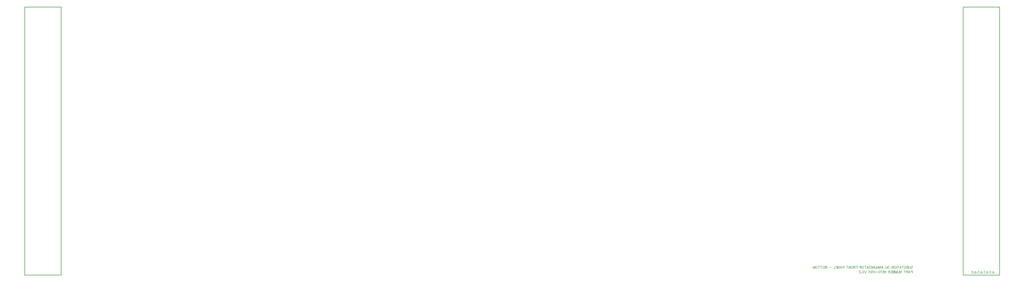
<source format=gbo>
G04 Layer: BottomSilkscreenLayer*
G04 EasyEDA v6.5.34, 2023-08-21 18:11:39*
G04 7281ce948e4441dfa34a971b937f5717,5a6b42c53f6a479593ecc07194224c93,10*
G04 Gerber Generator version 0.2*
G04 Scale: 100 percent, Rotated: No, Reflected: No *
G04 Dimensions in millimeters *
G04 leading zeros omitted , absolute positions ,4 integer and 5 decimal *
%FSLAX45Y45*%
%MOMM*%

%ADD10C,0.2032*%
%ADD11C,0.1520*%
%ADD12C,0.2540*%

%LPD*%
D10*
X43954522Y209938D02*
G01*
X43954522Y95394D01*
X43954522Y209938D02*
G01*
X43905431Y209938D01*
X43889068Y204485D01*
X43883613Y199031D01*
X43878159Y188122D01*
X43878159Y171757D01*
X43883613Y160849D01*
X43889068Y155394D01*
X43905431Y149938D01*
X43954522Y149938D01*
X43798523Y209938D02*
G01*
X43842157Y95394D01*
X43798523Y209938D02*
G01*
X43754885Y95394D01*
X43825795Y133576D02*
G01*
X43771251Y133576D01*
X43718886Y209938D02*
G01*
X43718886Y95394D01*
X43718886Y209938D02*
G01*
X43669795Y209938D01*
X43653433Y204485D01*
X43647977Y199031D01*
X43642522Y188122D01*
X43642522Y177213D01*
X43647977Y166303D01*
X43653433Y160849D01*
X43669795Y155394D01*
X43718886Y155394D01*
X43680705Y155394D02*
G01*
X43642522Y95394D01*
X43568340Y209938D02*
G01*
X43568340Y95394D01*
X43606521Y209938D02*
G01*
X43530159Y209938D01*
X43410159Y209938D02*
G01*
X43410159Y95394D01*
X43410159Y209938D02*
G01*
X43333797Y95394D01*
X43333797Y209938D02*
G01*
X43333797Y95394D01*
X43297795Y209938D02*
G01*
X43297795Y128122D01*
X43292341Y111757D01*
X43281432Y100849D01*
X43265069Y95394D01*
X43254160Y95394D01*
X43237795Y100849D01*
X43226888Y111757D01*
X43221432Y128122D01*
X43221432Y209938D01*
X43185433Y209938D02*
G01*
X43185433Y95394D01*
X43185433Y209938D02*
G01*
X43141795Y95394D01*
X43098161Y209938D02*
G01*
X43141795Y95394D01*
X43098161Y209938D02*
G01*
X43098161Y95394D01*
X43062159Y209938D02*
G01*
X43062159Y95394D01*
X43062159Y209938D02*
G01*
X43013068Y209938D01*
X42996705Y204485D01*
X42991252Y199031D01*
X42985796Y188122D01*
X42985796Y177213D01*
X42991252Y166303D01*
X42996705Y160849D01*
X43013068Y155394D01*
X43062159Y155394D02*
G01*
X43013068Y155394D01*
X42996705Y149938D01*
X42991252Y144485D01*
X42985796Y133576D01*
X42985796Y117213D01*
X42991252Y106304D01*
X42996705Y100849D01*
X43013068Y95394D01*
X43062159Y95394D01*
X42949797Y209938D02*
G01*
X42949797Y95394D01*
X42949797Y209938D02*
G01*
X42878888Y209938D01*
X42949797Y155394D02*
G01*
X42906160Y155394D01*
X42949797Y95394D02*
G01*
X42878888Y95394D01*
X42842888Y209938D02*
G01*
X42842888Y95394D01*
X42842888Y209938D02*
G01*
X42793798Y209938D01*
X42777432Y204485D01*
X42771979Y199031D01*
X42766523Y188122D01*
X42766523Y177213D01*
X42771979Y166303D01*
X42777432Y160849D01*
X42793798Y155394D01*
X42842888Y155394D01*
X42804707Y155394D02*
G01*
X42766523Y95394D01*
X42646523Y188122D02*
G01*
X42635614Y193575D01*
X42619251Y209938D01*
X42619251Y95394D01*
X42555980Y209938D02*
G01*
X42572343Y204485D01*
X42577796Y193575D01*
X42577796Y182666D01*
X42572343Y171757D01*
X42561433Y166303D01*
X42539615Y160849D01*
X42523252Y155394D01*
X42512343Y144485D01*
X42506889Y133576D01*
X42506889Y117213D01*
X42512343Y106304D01*
X42517796Y100849D01*
X42534161Y95394D01*
X42555980Y95394D01*
X42572343Y100849D01*
X42577796Y106304D01*
X42583252Y117213D01*
X42583252Y133576D01*
X42577796Y144485D01*
X42566889Y155394D01*
X42550524Y160849D01*
X42528705Y166303D01*
X42517796Y171757D01*
X42512343Y182666D01*
X42512343Y193575D01*
X42517796Y204485D01*
X42534161Y209938D01*
X42555980Y209938D01*
X42394525Y209938D02*
G01*
X42449071Y95394D01*
X42470887Y209938D02*
G01*
X42394525Y209938D01*
X42325798Y209938D02*
G01*
X42342160Y204485D01*
X42353069Y188122D01*
X42358525Y160849D01*
X42358525Y144485D01*
X42353069Y117213D01*
X42342160Y100849D01*
X42325798Y95394D01*
X42314888Y95394D01*
X42298526Y100849D01*
X42287616Y117213D01*
X42282160Y144485D01*
X42282160Y160849D01*
X42287616Y188122D01*
X42298526Y204485D01*
X42314888Y209938D01*
X42325798Y209938D01*
X42246161Y144485D02*
G01*
X42147980Y144485D01*
X42079252Y209938D02*
G01*
X42095615Y204485D01*
X42106524Y188122D01*
X42111980Y160849D01*
X42111980Y144485D01*
X42106524Y117213D01*
X42095615Y100849D01*
X42079252Y95394D01*
X42068343Y95394D01*
X42051980Y100849D01*
X42041071Y117213D01*
X42035615Y144485D01*
X42035615Y160849D01*
X42041071Y188122D01*
X42051980Y204485D01*
X42068343Y209938D01*
X42079252Y209938D01*
X41999616Y188122D02*
G01*
X41988706Y193575D01*
X41972344Y209938D01*
X41972344Y95394D01*
X41903616Y209938D02*
G01*
X41919979Y204485D01*
X41930888Y188122D01*
X41936344Y160849D01*
X41936344Y144485D01*
X41930888Y117213D01*
X41919979Y100849D01*
X41903616Y95394D01*
X41892707Y95394D01*
X41876345Y100849D01*
X41865435Y117213D01*
X41859979Y144485D01*
X41859979Y160849D01*
X41865435Y188122D01*
X41876345Y204485D01*
X41892707Y209938D01*
X41903616Y209938D01*
X41823980Y188122D02*
G01*
X41813071Y193575D01*
X41796708Y209938D01*
X41796708Y95394D01*
X41676708Y209938D02*
G01*
X41633071Y95394D01*
X41589436Y209938D02*
G01*
X41633071Y95394D01*
X41520709Y209938D02*
G01*
X41537072Y204485D01*
X41547981Y188122D01*
X41553437Y160849D01*
X41553437Y144485D01*
X41547981Y117213D01*
X41537072Y100849D01*
X41520709Y95394D01*
X41509800Y95394D01*
X41493437Y100849D01*
X41482528Y117213D01*
X41477072Y144485D01*
X41477072Y160849D01*
X41482528Y188122D01*
X41493437Y204485D01*
X41509800Y209938D01*
X41520709Y209938D01*
X41435616Y122666D02*
G01*
X41441072Y117213D01*
X41435616Y111757D01*
X41430163Y117213D01*
X41435616Y122666D01*
X41388708Y182666D02*
G01*
X41388708Y188122D01*
X41383254Y199031D01*
X41377798Y204485D01*
X41366892Y209938D01*
X41345073Y209938D01*
X41334164Y204485D01*
X41328708Y199031D01*
X41323254Y188122D01*
X41323254Y177213D01*
X41328708Y166303D01*
X41339617Y149938D01*
X41394164Y95394D01*
X41317799Y95394D01*
X43890773Y422150D02*
G01*
X43901682Y433059D01*
X43918045Y438513D01*
X43939863Y438513D01*
X43956226Y433059D01*
X43967135Y422150D01*
X43967135Y411241D01*
X43961682Y400331D01*
X43956226Y394878D01*
X43945317Y389423D01*
X43912589Y378513D01*
X43901682Y373059D01*
X43896226Y367606D01*
X43890773Y356697D01*
X43890773Y340332D01*
X43901682Y329423D01*
X43918045Y323969D01*
X43939863Y323969D01*
X43956226Y329423D01*
X43967135Y340332D01*
X43854771Y438513D02*
G01*
X43854771Y356697D01*
X43849317Y340332D01*
X43838408Y329423D01*
X43822045Y323969D01*
X43811136Y323969D01*
X43794771Y329423D01*
X43783864Y340332D01*
X43778408Y356697D01*
X43778408Y438513D01*
X43742409Y438513D02*
G01*
X43742409Y323969D01*
X43742409Y438513D02*
G01*
X43693318Y438513D01*
X43676953Y433059D01*
X43671500Y427606D01*
X43666046Y416697D01*
X43666046Y405787D01*
X43671500Y394878D01*
X43676953Y389423D01*
X43693318Y383969D01*
X43742409Y383969D02*
G01*
X43693318Y383969D01*
X43676953Y378513D01*
X43671500Y373059D01*
X43666046Y362150D01*
X43666046Y345787D01*
X43671500Y334878D01*
X43676953Y329423D01*
X43693318Y323969D01*
X43742409Y323969D01*
X43553682Y422150D02*
G01*
X43564591Y433059D01*
X43580954Y438513D01*
X43602772Y438513D01*
X43619136Y433059D01*
X43630044Y422150D01*
X43630044Y411241D01*
X43624591Y400331D01*
X43619136Y394878D01*
X43608226Y389423D01*
X43575500Y378513D01*
X43564591Y373059D01*
X43559135Y367606D01*
X43553682Y356697D01*
X43553682Y340332D01*
X43564591Y329423D01*
X43580954Y323969D01*
X43602772Y323969D01*
X43619136Y329423D01*
X43630044Y340332D01*
X43479501Y438513D02*
G01*
X43479501Y323969D01*
X43517682Y438513D02*
G01*
X43441317Y438513D01*
X43361683Y438513D02*
G01*
X43405318Y323969D01*
X43361683Y438513D02*
G01*
X43318046Y323969D01*
X43388955Y362150D02*
G01*
X43334409Y362150D01*
X43243865Y438513D02*
G01*
X43243865Y323969D01*
X43282047Y438513D02*
G01*
X43205681Y438513D01*
X43169682Y438513D02*
G01*
X43169682Y323969D01*
X43100955Y438513D02*
G01*
X43111864Y433059D01*
X43122773Y422150D01*
X43128227Y411241D01*
X43133683Y394878D01*
X43133683Y367606D01*
X43128227Y351241D01*
X43122773Y340332D01*
X43111864Y329423D01*
X43100955Y323969D01*
X43079136Y323969D01*
X43068227Y329423D01*
X43057320Y340332D01*
X43051864Y351241D01*
X43046411Y367606D01*
X43046411Y394878D01*
X43051864Y411241D01*
X43057320Y422150D01*
X43068227Y433059D01*
X43079136Y438513D01*
X43100955Y438513D01*
X43010409Y438513D02*
G01*
X43010409Y323969D01*
X43010409Y438513D02*
G01*
X42934046Y323969D01*
X42934046Y438513D02*
G01*
X42934046Y323969D01*
X42803137Y438513D02*
G01*
X42743137Y438513D01*
X42775865Y394878D01*
X42759502Y394878D01*
X42748593Y389423D01*
X42743137Y383969D01*
X42737684Y367606D01*
X42737684Y356697D01*
X42743137Y340332D01*
X42754047Y329423D01*
X42770409Y323969D01*
X42786774Y323969D01*
X42803137Y329423D01*
X42808593Y334878D01*
X42814046Y345787D01*
X42701684Y438513D02*
G01*
X42701684Y356697D01*
X42696229Y340332D01*
X42685319Y329423D01*
X42668957Y323969D01*
X42658047Y323969D01*
X42641685Y329423D01*
X42630775Y340332D01*
X42625319Y356697D01*
X42625319Y438513D01*
X42461685Y438513D02*
G01*
X42505320Y323969D01*
X42461685Y438513D02*
G01*
X42418048Y323969D01*
X42488957Y362150D02*
G01*
X42434410Y362150D01*
X42382048Y438513D02*
G01*
X42382048Y323969D01*
X42382048Y438513D02*
G01*
X42305683Y323969D01*
X42305683Y438513D02*
G01*
X42305683Y323969D01*
X42269684Y438513D02*
G01*
X42269684Y323969D01*
X42269684Y438513D02*
G01*
X42193321Y323969D01*
X42193321Y438513D02*
G01*
X42193321Y323969D01*
X42157322Y438513D02*
G01*
X42157322Y356697D01*
X42151866Y340332D01*
X42140957Y329423D01*
X42124594Y323969D01*
X42113685Y323969D01*
X42097322Y329423D01*
X42086413Y340332D01*
X42080957Y356697D01*
X42080957Y438513D01*
X42044957Y438513D02*
G01*
X42044957Y323969D01*
X42044957Y438513D02*
G01*
X41968595Y323969D01*
X41968595Y438513D02*
G01*
X41968595Y323969D01*
X41850777Y411241D02*
G01*
X41856230Y422150D01*
X41867140Y433059D01*
X41878049Y438513D01*
X41899867Y438513D01*
X41910777Y433059D01*
X41921686Y422150D01*
X41927139Y411241D01*
X41932593Y394878D01*
X41932593Y367606D01*
X41927139Y351241D01*
X41921686Y340332D01*
X41910777Y329423D01*
X41899867Y323969D01*
X41878049Y323969D01*
X41867140Y329423D01*
X41856230Y340332D01*
X41850777Y351241D01*
X41814775Y438513D02*
G01*
X41814775Y323969D01*
X41735141Y438513D02*
G01*
X41778775Y323969D01*
X41735141Y438513D02*
G01*
X41691504Y323969D01*
X41762413Y362150D02*
G01*
X41707866Y362150D01*
X41617323Y438513D02*
G01*
X41617323Y323969D01*
X41655504Y438513D02*
G01*
X41579139Y438513D01*
X41510412Y438513D02*
G01*
X41521321Y433059D01*
X41532230Y422150D01*
X41537686Y411241D01*
X41543140Y394878D01*
X41543140Y367606D01*
X41537686Y351241D01*
X41532230Y340332D01*
X41521321Y329423D01*
X41510412Y323969D01*
X41488596Y323969D01*
X41477686Y329423D01*
X41466777Y340332D01*
X41461321Y351241D01*
X41455868Y367606D01*
X41455868Y394878D01*
X41461321Y411241D01*
X41466777Y422150D01*
X41477686Y433059D01*
X41488596Y438513D01*
X41510412Y438513D01*
X41419868Y438513D02*
G01*
X41419868Y323969D01*
X41419868Y438513D02*
G01*
X41370778Y438513D01*
X41354413Y433059D01*
X41348959Y427606D01*
X41343503Y416697D01*
X41343503Y405787D01*
X41348959Y394878D01*
X41354413Y389423D01*
X41370778Y383969D01*
X41419868Y383969D01*
X41381687Y383969D02*
G01*
X41343503Y323969D01*
X41223504Y438513D02*
G01*
X41223504Y323969D01*
X41223504Y438513D02*
G01*
X41152594Y438513D01*
X41223504Y383969D02*
G01*
X41179869Y383969D01*
X41116595Y438513D02*
G01*
X41116595Y323969D01*
X41116595Y438513D02*
G01*
X41067504Y438513D01*
X41051142Y433059D01*
X41045686Y427606D01*
X41040232Y416697D01*
X41040232Y405787D01*
X41045686Y394878D01*
X41051142Y389423D01*
X41067504Y383969D01*
X41116595Y383969D01*
X41078414Y383969D02*
G01*
X41040232Y323969D01*
X40971505Y438513D02*
G01*
X40982414Y433059D01*
X40993324Y422150D01*
X40998777Y411241D01*
X41004233Y394878D01*
X41004233Y367606D01*
X40998777Y351241D01*
X40993324Y340332D01*
X40982414Y329423D01*
X40971505Y323969D01*
X40949686Y323969D01*
X40938777Y329423D01*
X40927868Y340332D01*
X40922414Y351241D01*
X40916959Y367606D01*
X40916959Y394878D01*
X40922414Y411241D01*
X40927868Y422150D01*
X40938777Y433059D01*
X40949686Y438513D01*
X40971505Y438513D01*
X40880959Y438513D02*
G01*
X40880959Y323969D01*
X40880959Y438513D02*
G01*
X40804597Y323969D01*
X40804597Y438513D02*
G01*
X40804597Y323969D01*
X40730413Y438513D02*
G01*
X40730413Y323969D01*
X40768597Y438513D02*
G01*
X40692232Y438513D01*
X40572232Y438513D02*
G01*
X40572232Y323969D01*
X40572232Y438513D02*
G01*
X40523142Y438513D01*
X40506779Y433059D01*
X40501323Y427606D01*
X40495870Y416697D01*
X40495870Y400331D01*
X40501323Y389423D01*
X40506779Y383969D01*
X40523142Y378513D01*
X40572232Y378513D01*
X40416233Y438513D02*
G01*
X40459870Y323969D01*
X40416233Y438513D02*
G01*
X40372596Y323969D01*
X40443505Y362150D02*
G01*
X40388961Y362150D01*
X40336597Y438513D02*
G01*
X40336597Y323969D01*
X40336597Y438513D02*
G01*
X40260234Y323969D01*
X40260234Y438513D02*
G01*
X40260234Y323969D01*
X40224235Y438513D02*
G01*
X40224235Y323969D01*
X40224235Y438513D02*
G01*
X40153325Y438513D01*
X40224235Y383969D02*
G01*
X40180597Y383969D01*
X40224235Y323969D02*
G01*
X40153325Y323969D01*
X40117326Y438513D02*
G01*
X40117326Y323969D01*
X40117326Y323969D02*
G01*
X40051870Y323969D01*
X39931870Y373059D02*
G01*
X39833689Y373059D01*
X39713689Y438513D02*
G01*
X39713689Y323969D01*
X39713689Y438513D02*
G01*
X39664599Y438513D01*
X39648234Y433059D01*
X39642780Y427606D01*
X39637327Y416697D01*
X39637327Y405787D01*
X39642780Y394878D01*
X39648234Y389423D01*
X39664599Y383969D01*
X39713689Y383969D02*
G01*
X39664599Y383969D01*
X39648234Y378513D01*
X39642780Y373059D01*
X39637327Y362150D01*
X39637327Y345787D01*
X39642780Y334878D01*
X39648234Y329423D01*
X39664599Y323969D01*
X39713689Y323969D01*
X39568600Y438513D02*
G01*
X39579509Y433059D01*
X39590416Y422150D01*
X39595872Y411241D01*
X39601325Y394878D01*
X39601325Y367606D01*
X39595872Y351241D01*
X39590416Y340332D01*
X39579509Y329423D01*
X39568600Y323969D01*
X39546781Y323969D01*
X39535872Y329423D01*
X39524962Y340332D01*
X39519509Y351241D01*
X39514053Y367606D01*
X39514053Y394878D01*
X39519509Y411241D01*
X39524962Y422150D01*
X39535872Y433059D01*
X39546781Y438513D01*
X39568600Y438513D01*
X39439872Y438513D02*
G01*
X39439872Y323969D01*
X39478054Y438513D02*
G01*
X39401691Y438513D01*
X39327508Y438513D02*
G01*
X39327508Y323969D01*
X39365689Y438513D02*
G01*
X39289327Y438513D01*
X39220599Y438513D02*
G01*
X39231509Y433059D01*
X39242418Y422150D01*
X39247871Y411241D01*
X39253327Y394878D01*
X39253327Y367606D01*
X39247871Y351241D01*
X39242418Y340332D01*
X39231509Y329423D01*
X39220599Y323969D01*
X39198781Y323969D01*
X39187871Y329423D01*
X39176962Y340332D01*
X39171509Y351241D01*
X39166055Y367606D01*
X39166055Y394878D01*
X39171509Y411241D01*
X39176962Y422150D01*
X39187871Y433059D01*
X39198781Y438513D01*
X39220599Y438513D01*
X39130053Y438513D02*
G01*
X39130053Y323969D01*
X39130053Y438513D02*
G01*
X39086419Y323969D01*
X39042781Y438513D02*
G01*
X39086419Y323969D01*
X39042781Y438513D02*
G01*
X39042781Y323969D01*
D11*
X47974143Y191551D02*
G01*
X47974143Y108424D01*
X47979340Y92837D01*
X47984534Y87642D01*
X47994925Y82448D01*
X48005316Y82448D01*
X48015707Y87642D01*
X48020904Y92837D01*
X48026099Y108424D01*
X48026099Y118816D01*
X47939853Y191551D02*
G01*
X47939853Y82448D01*
X47939853Y82448D02*
G01*
X47877509Y82448D01*
X47765286Y165574D02*
G01*
X47770483Y175966D01*
X47780874Y186357D01*
X47791263Y191551D01*
X47812045Y191551D01*
X47822436Y186357D01*
X47832827Y175966D01*
X47838024Y165574D01*
X47843219Y149987D01*
X47843219Y124010D01*
X47838024Y108424D01*
X47832827Y98033D01*
X47822436Y87642D01*
X47812045Y82448D01*
X47791263Y82448D01*
X47780874Y87642D01*
X47770483Y98033D01*
X47765286Y108424D01*
X47679043Y191551D02*
G01*
X47679043Y108424D01*
X47684237Y92837D01*
X47689434Y87642D01*
X47699823Y82448D01*
X47710214Y82448D01*
X47720605Y87642D01*
X47725802Y92837D01*
X47730996Y108424D01*
X47730996Y118816D01*
X47644753Y191551D02*
G01*
X47644753Y82448D01*
X47644753Y82448D02*
G01*
X47582406Y82448D01*
X47470184Y165574D02*
G01*
X47475381Y175966D01*
X47485772Y186357D01*
X47496163Y191551D01*
X47516943Y191551D01*
X47527334Y186357D01*
X47537725Y175966D01*
X47542922Y165574D01*
X47548116Y149987D01*
X47548116Y124010D01*
X47542922Y108424D01*
X47537725Y98033D01*
X47527334Y87642D01*
X47516943Y82448D01*
X47496163Y82448D01*
X47485772Y87642D01*
X47475381Y98033D01*
X47470184Y108424D01*
X47383941Y191551D02*
G01*
X47383941Y108424D01*
X47389135Y92837D01*
X47394332Y87642D01*
X47404723Y82448D01*
X47415114Y82448D01*
X47425503Y87642D01*
X47430700Y92837D01*
X47435894Y108424D01*
X47435894Y118816D01*
X47349651Y191551D02*
G01*
X47349651Y82448D01*
X47349651Y82448D02*
G01*
X47287304Y82448D01*
X47175084Y165574D02*
G01*
X47180279Y175966D01*
X47190670Y186357D01*
X47201061Y191551D01*
X47221843Y191551D01*
X47232234Y186357D01*
X47242623Y175966D01*
X47247820Y165574D01*
X47253014Y149987D01*
X47253014Y124010D01*
X47247820Y108424D01*
X47242623Y98033D01*
X47232234Y87642D01*
X47221843Y82448D01*
X47201061Y82448D01*
X47190670Y87642D01*
X47180279Y98033D01*
X47175084Y108424D01*
X47088839Y191551D02*
G01*
X47088839Y108424D01*
X47094033Y92837D01*
X47099230Y87642D01*
X47109621Y82448D01*
X47120012Y82448D01*
X47130403Y87642D01*
X47135597Y92837D01*
X47140794Y108424D01*
X47140794Y118816D01*
X47054549Y191551D02*
G01*
X47054549Y82448D01*
X47054549Y82448D02*
G01*
X46992204Y82448D01*
X46879982Y165574D02*
G01*
X46885176Y175966D01*
X46895567Y186357D01*
X46905959Y191551D01*
X46926741Y191551D01*
X46937132Y186357D01*
X46947523Y175966D01*
X46952717Y165574D01*
X46957914Y149987D01*
X46957914Y124010D01*
X46952717Y108424D01*
X46947523Y98033D01*
X46937132Y87642D01*
X46926741Y82448D01*
X46905959Y82448D01*
X46895567Y87642D01*
X46885176Y98033D01*
X46879982Y108424D01*
D12*
X0Y13299973D02*
G01*
X1799996Y13299973D01*
X1799996Y0D01*
X0Y0D01*
X0Y13299973D01*
X46463991Y13296900D02*
G01*
X48263987Y13296900D01*
X48263987Y-3073D01*
X46463991Y-3073D01*
X46463991Y13296900D01*
M02*

</source>
